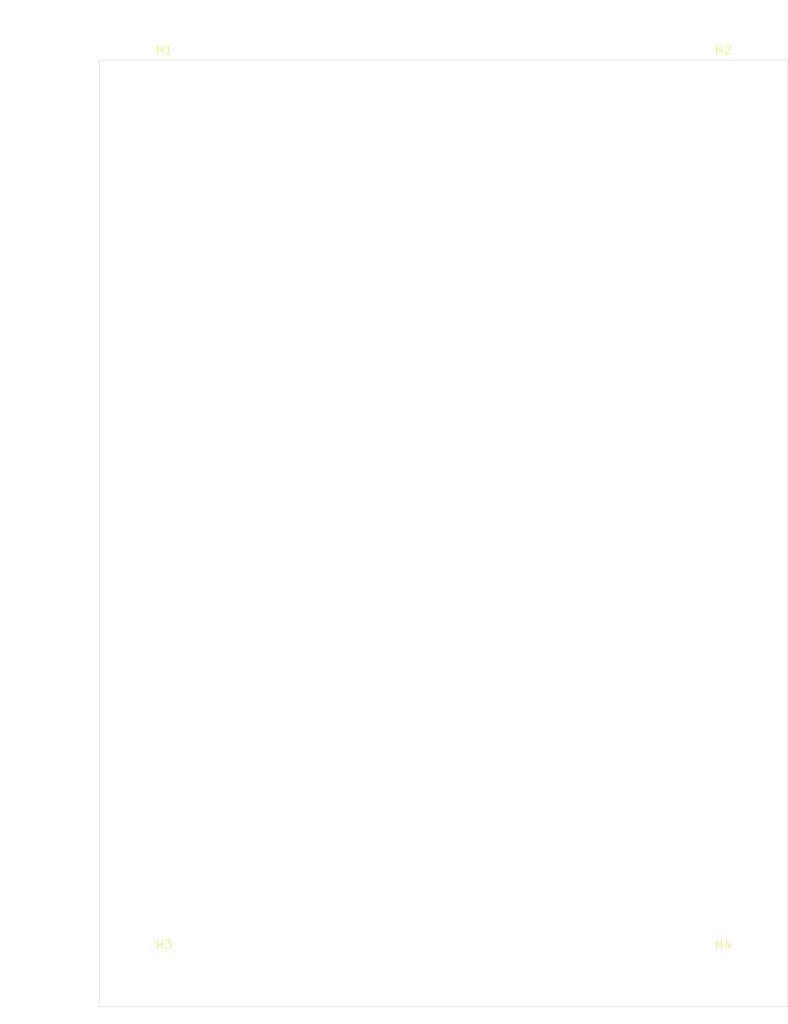
<source format=kicad_pcb>
(kicad_pcb (version 20221018) (generator pcbnew)
  (title_block (title "[Circuit]") (rev "V1.0") (company "Fleming Society") (comment 1 "2024/25 PCB Synthesiser Workshop"))
  (layers (0 "F.Cu" signal) (31 "B.Cu" signal) (34 "B.Paste" user) (35 "F.Paste" user) (36 "B.SilkS" user "B.Silkscreen") (37 "F.SilkS" user "F.Silkscreen") (38 "B.Mask" user) (39 "F.Mask" user) (44 "Edge.Cuts" user))
  (net 0 "")
  (net 1 "GND")
  (footprint "MountingHole:MountingHole_3.2mm_M3" (layer "F.Cu") (at 122.5 157)
    (fp_text reference "H4" (at 0 -4.2) (layer "F.SilkS"))
    (fp_text value "MountingHole")
    (pad "" np_thru_hole circle (at 0 0) (size 3.2 3.2) (drill 3.2) (layers "*.Cu" "*.Mask"))
  )
  (footprint "MountingHole:MountingHole_3.2mm_M3" (layer "F.Cu") (at 57.5 157)
    (fp_text reference "H3" (at 0 -4.2) (layer "F.SilkS"))
    (fp_text value "MountingHole")
    (pad "" np_thru_hole circle (at 0 0) (size 3.2 3.2) (drill 3.2) (layers "*.Cu" "*.Mask"))
  )
  (footprint "MountingHole:MountingHole_3.2mm_M3" (layer "F.Cu") (at 57.5 53)
    (fp_text reference "H1" (at 0 -4.2) (layer "F.SilkS"))
    (fp_text value "MountingHole")
    (pad "" np_thru_hole circle (at 0 0) (size 3.2 3.2) (drill 3.2) (layers "*.Cu" "*.Mask"))
  )
  (footprint "MountingHole:MountingHole_3.2mm_M3" (layer "F.Cu") (at 122.5 53)
    (fp_text reference "H2" (at 0 -4.2) (layer "F.SilkS"))
    (fp_text value "MountingHole")
    (pad "" np_thru_hole circle (at 0 0) (size 3.2 3.2) (drill 3.2) (layers "*.Cu" "*.Mask"))
  )
  (gr_rect (start 50 50) (end 130 160) (stroke (width 0.05)) (fill none) (layer "Edge.Cuts"))
)
</source>
